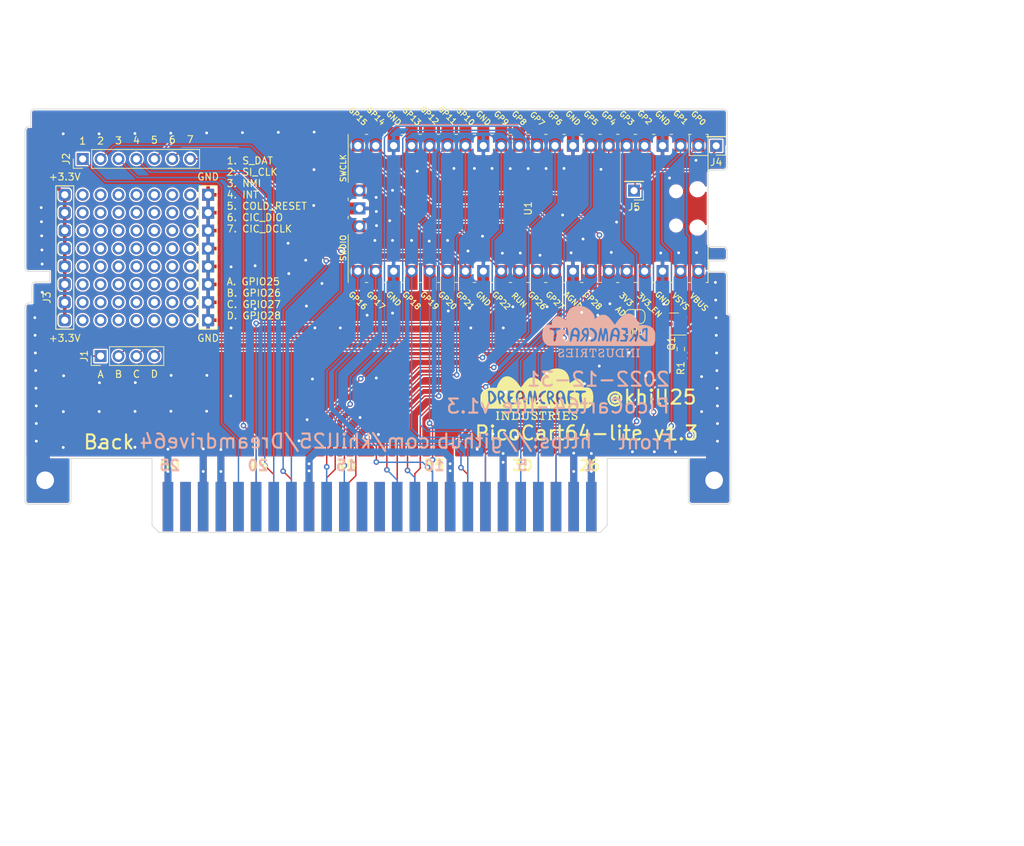
<source format=kicad_pcb>
(kicad_pcb (version 20211014) (generator pcbnew)
  (layers (0 "F.Cu" signal) (31 "B.Cu" signal) (34 "B.Paste" user) (35 "F.Paste" user) (36 "B.SilkS" user "B.Silkscreen") (37 "F.SilkS" user "F.Silkscreen") (38 "B.Mask" user) (39 "F.Mask" user) (44 "Edge.Cuts" user))
  (net 0 "")
  (net 1 "GND")
  (net 2 "+3V3")
  (net 3 "/N64_NMI")
  (net 4 "/N64_CIC_DCLK")
  (net 5 "/N64_VCC")
  (net 6 "/N64_SI_CLK")
  (net 7 "/N64_CIC_DIO")
  (net 8 "/GPIO25")
  (net 9 "/GPIO26")
  (net 10 "/GPIO27")
  (net 11 "/GPIO28")
  (net 12 "Net-(Q1-Pad1)")
  (net 13 "Net-(Q1-Pad2)")
  (net 14 "/N64_INT")
  (net 15 "/AD0")
  (net 16 "/AD1")
  (net 17 "/AD2")
  (net 18 "/AD3")
  (net 19 "/AD4")
  (net 20 "/AD5")
  (net 21 "/AD6")
  (net 22 "/AD7")
  (net 23 "/AD8")
  (net 24 "/AD9")
  (net 25 "/AD10")
  (net 26 "/AD11")
  (net 27 "/AD12")
  (net 28 "/AD13")
  (net 29 "/AD14")
  (net 30 "/AD15")
  (net 31 "/ALEL")
  (net 32 "/ALEH")
  (net 33 "/~{WRITE}")
  (net 34 "/~{READ}")
  (net 35 "/N64_COLD_RESET")
  (net 37 "/RP_SWDIO")
  (net 38 "/RP_SWDCLK")
  (net 39 "Net-(U1-Pad36)")
  (net 42 "/N64_S_DAT")
  (footprint "MountingHole:MountingHole_2.5mm_Pad" (layer "F.Cu") (at 102.85 112.6)
    (fp_text reference "REF**" hide)
    (fp_text value "MountingHole_2.5mm_Pad" hide)
  )
  (footprint "MountingHole:MountingHole_2.5mm_Pad" (layer "F.Cu") (at 197.65 112.6)
    (fp_text reference "REF**" hide)
    (fp_text value "MountingHole_2.5mm_Pad" hide)
  )
  (footprint "Connector_PinHeader_2.54mm:PinHeader_1x01_P2.54mm_Vertical" (layer "F.Cu") (at 197.93999 65.199997 180)
    (fp_text reference "J4")
    (fp_text value "Conn_01x01")
  )
  (footprint "Connector_PinHeader_2.54mm:PinHeader_1x01_P2.54mm_Vertical" (layer "F.Cu") (at 186.3 71.55 180)
    (fp_text reference "J5")
    (fp_text value "Conn_01x01")
  )
  (footprint "Connector_PinHeader_2.54mm:PinHeader_1x04_P2.54mm_Vertical" (layer "F.Cu") (at 110.705 95 90)
    (fp_text reference "J1")
    (fp_text value "Conn_01x04")
  )
  (footprint "project_area:PinHeader_1x08_P2.54mm_Vertical" (layer "F.Cu") (at 105.625 89.92 90)
    (fp_text reference "J3")
    (fp_text value "Conn_01x02")
  )
  (footprint "Resistor_SMD:R_0603_1608Metric_Pad0.98x0.95mm_HandSolder" (layer "F.Cu") (at 192.925 94.01 -90)
    (fp_text reference "R1")
    (fp_text value "100k")
  )
  (footprint "Jumper:SolderJumper-2_P1.3mm_Open_RoundedPad1.0x1.5mm" (layer "F.Cu") (at 186.445 89.4)
    (fp_text reference "JP1")
    (fp_text value "SolderJumper_2_Open")
  )
  (footprint "RPi_Pico:RPi_Pico_SMD_TH" (layer "F.Cu") (at 171.2886 74.075 -90)
    (fp_text reference "U1")
    (fp_text value "Pico")
  )
  (footprint "Connector_PinHeader_2.54mm:PinHeader_1x07_P2.54mm_Vertical" (layer "F.Cu") (at 108.165 67.06 90)
    (fp_text reference "J2")
    (fp_text value "Conn_01x07")
  )
  (footprint "LOGO" (layer "F.Cu") (at 172.475 100.83)
    (fp_text reference "G***" hide)
    (fp_text value "LOGO" hide)
  )
  (footprint "Package_TO_SOT_SMD:SOT-23" (layer "F.Cu") (at 191.975 90.46 180)
    (fp_text reference "Q1")
    (fp_text value "BSS84")
  )
  (footprint "LOGO" (layer "B.Cu") (at 181.365 91.94 180)
    (fp_text reference "G***" hide)
    (fp_text value "LOGO" hide)
  )
  (footprint "picocart64:N64-Connector" (layer "B.Cu") (at 150.241 116.332 180)
    (fp_text reference "U4" hide)
    (fp_text value "N64-Cartridge")
  )
  (gr_rect (start 104.355 70.87) (end 106.895 91.19) (layer "F.SilkS") (width 0.15) (fill none))
  (gr_rect (start 124.675 70.87) (end 127.215 91.19) (layer "F.SilkS") (width 0.15) (fill none))
  (gr_line locked (start 182.5 119) (end 182.5 109.5) (layer "Edge.Cuts") (width 0.1))
  (gr_line locked (start 194 109.5) (end 182.5 109.5) (layer "Edge.Cuts") (width 0.1))
  (gr_line locked (start 194 109.5) (end 194 115.5) (layer "Edge.Cuts") (width 0.1))
  (gr_line locked (start 199.5 116) (end 194.5 116) (layer "Edge.Cuts") (width 0.1))
  (gr_line locked (start 200 115.5) (end 200 89.5) (layer "Edge.Cuts") (width 0.1))
  (gr_line locked (start 196.9 83) (end 196.9 81.5) (layer "Edge.Cuts") (width 0.1))
  (gr_line locked (start 199 81.5) (end 196.9 81.5) (layer "Edge.Cuts") (width 0.1))
  (gr_line locked (start 118 119) (end 119 120) (layer "Edge.Cuts") (width 0.1))
  (gr_line locked (start 182.5 119) (end 181.5 120) (layer "Edge.Cuts") (width 0.1))
  (gr_arc locked (start 100.8 60.5) (mid 100.946447 60.146447) (end 101.3 60) (layer "Edge.Cuts") (width 0.1))
  (gr_arc locked (start 100 63) (mid 100.146447 62.646447) (end 100.5 62.5) (layer "Edge.Cuts") (width 0.1))
  (gr_arc locked (start 100.5 83) (mid 100.146447 82.853553) (end 100 82.5) (layer "Edge.Cuts") (width 0.1))
  (gr_arc locked (start 101 85) (mid 101.146447 84.646447) (end 101.5 84.5) (layer "Edge.Cuts") (width 0.1))
  (gr_arc locked (start 100 88) (mid 100.146447 87.646447) (end 100.5 87.5) (layer "Edge.Cuts") (width 0.1))
  (gr_arc locked (start 100.5 116) (mid 100.146447 115.853553) (end 100 115.5) (layer "Edge.Cuts") (width 0.1))
  (gr_arc locked (start 106.5 115.5) (mid 106.353553 115.853553) (end 106 116) (layer "Edge.Cuts") (width 0.1))
  (gr_arc locked (start 194.5 116) (mid 194.146447 115.853553) (end 194 115.5) (layer "Edge.Cuts") (width 0.1))
  (gr_arc locked (start 200 115.5) (mid 199.853553 115.853553) (end 199.5 116) (layer "Edge.Cuts") (width 0.1))
  (gr_arc locked (start 199 83) (mid 199.353553 83.146447) (end 199.5 83.5) (layer "Edge.Cuts") (width 0.1))
  (gr_arc locked (start 199.5 81) (mid 199.353553 81.353553) (end 199 81.5) (layer "Edge.Cuts") (width 0.1))
  (gr_arc locked (start 199.5 89) (mid 199.853553 89.146447) (end 200 89.5) (layer "Edge.Cuts") (width 0.1))
  (gr_arc locked (start 196.8 69.15) (mid 196.946447 68.796447) (end 197.3 68.65) (layer "Edge.Cuts") (width 0.1))
  (gr_line locked (start 199.5 83.5) (end 199.5 89) (layer "Edge.Cuts") (width 0.1))
  (gr_line locked (start 118 119) (end 118 109.5) (layer "Edge.Cuts") (width 0.1))
  (gr_arc locked (start 199 79.5) (mid 199.353553 79.646447) (end 199.5 80) (layer "Edge.Cuts") (width 0.1))
  (gr_line locked (start 106.5 109.5) (end 106.5 115.5) (layer "Edge.Cuts") (width 0.1))
  (gr_arc locked (start 199 60) (mid 199.353553 60.146447) (end 199.5 60.5) (layer "Edge.Cuts") (width 0.1))
  (gr_arc locked (start 197.3 79.5) (mid 196.946447 79.353553) (end 196.8 79) (layer "Edge.Cuts") (width 0.1))
  (gr_line locked (start 181.5 120) (end 119 120) (layer "Edge.Cuts") (width 0.1))
  (gr_line (start 198.996447 68.646447) (end 197.3 68.65) (layer "Edge.Cuts") (width 0.1))
  (gr_line locked (start 118 109.5) (end 106.5 109.5) (layer "Edge.Cuts") (width 0.1))
  (gr_line locked (start 103.5 84.5) (end 103.5 83) (layer "Edge.Cuts") (width 0.1))
  (gr_line (start 199.496447 68.146447) (end 199.5 60.5) (layer "Edge.Cuts") (width 0.1))
  (gr_line locked (start 101.5 84.5) (end 103.5 84.5) (layer "Edge.Cuts") (width 0.1))
  (gr_line locked (start 106 116) (end 100.5 116) (layer "Edge.Cuts") (width 0.1))
  (gr_line locked (start 100.5 62.5) (end 100.8 62.5) (layer "Edge.Cuts") (width 0.1))
  (gr_line locked (start 100 82.5) (end 100 63) (layer "Edge.Cuts") (width 0.1))
  (gr_line locked (start 100.8 62.5) (end 100.8 60.5) (layer "Edge.Cuts") (width 0.1))
  (gr_line locked (start 101.3 60) (end 199 60) (layer "Edge.Cuts") (width 0.1))
  (gr_line locked (start 100 115.5) (end 100 88) (layer "Edge.Cuts") (width 0.1))
  (gr_line (start 199 79.5) (end 197.3 79.5) (layer "Edge.Cuts") (width 0.1))
  (gr_line locked (start 100.5 87.5) (end 101 87.5) (layer "Edge.Cuts") (width 0.1))
  (gr_arc locked (start 199.496447 68.146447) (mid 199.35 68.5) (end 198.996447 68.646447) (layer "Edge.Cuts") (width 0.1))
  (gr_line locked (start 101 87.5) (end 101 85) (layer "Edge.Cuts") (width 0.1))
  (gr_line locked (start 199 83) (end 196.9 83) (layer "Edge.Cuts") (width 0.1))
  (gr_line (start 199.5 81) (end 199.5 80) (layer "Edge.Cuts") (width 0.1))
  (gr_line locked (start 103.5 83) (end 100.5 83) (layer "Edge.Cuts") (width 0.1))
  (gr_line (start 196.8 79) (end 196.8 69.15) (layer "Edge.Cuts") (width 0.1))
  (gr_text "5" (at 170.5 110.5) (layer "B.SilkS") (effects (font (size 1.5 1.5) (thickness 0.3)) (justify mirror)))
  (gr_text "10" (at 158 110.5) (layer "B.SilkS") (effects (font (size 1.5 1.5) (thickness 0.3)) (justify mirror)))
  (gr_text "15" (at 145.5 110.5) (layer "B.SilkS") (effects (font (size 1.5 1.5) (thickness 0.3)) (justify mirror)))
  (gr_text "20" (at 133 110.5) (layer "B.SilkS") (effects (font (size 1.5 1.5) (thickness 0.3)) (justify mirror)))
  (gr_text "25" (at 120.5 110.5) (layer "B.SilkS") (effects (font (size 1.5 1.5) (thickness 0.3)) (justify mirror)))
  (gr_text "1" (at 180 110.5) (layer "B.SilkS") (effects (font (size 1.5 1.5) (thickness 0.3)) (justify mirror)))
  (gr_text "45" (at 133 110.5) (layer "F.SilkS") (effects (font (size 1.5 1.5) (thickness 0.3))))
  (gr_text "40" (at 145.5 110.5) (layer "F.SilkS") (effects (font (size 1.5 1.5) (thickness 0.3))))
  (gr_text "35" (at 158 110.5) (layer "F.SilkS") (effects (font (size 1.5 1.5) (thickness 0.3))))
  (gr_text "30" (at 170.5 110.5) (layer "F.SilkS") (effects (font (size 1.5 1.5) (thickness 0.3))))
  (gr_text "26" (at 180 110.5) (layer "F.SilkS") (effects (font (size 1.5 1.5) (thickness 0.3))))
  (gr_text "+3.3V" (at 105.625 69.6) (layer "F.SilkS") (effects (font (size 1 1))))
  (gr_text "A" (at 110.705 97.574246) (layer "F.SilkS") (effects (font (size 1 1))))
  (gr_text "C" (at 115.785 97.553683) (layer "F.SilkS") (effects (font (size 1 1))))
  (gr_text "+3.3V" (at 105.625 92.46) (layer "F.SilkS") (effects (font (size 1 1))))
  (gr_text "1. S_DAT\n2. SI_CLK\n3. NMI\n4. INT\n5. COLD_RESET\n6. CIC_DIO\n7. CIC_DCLK" (at 128.49454 72.14) (layer "F.SilkS") (effects (font (size 1 1)) (justify left)))
  (gr_text "1" (at 108.165 64.516) (layer "F.SilkS") (effects (font (size 1 1))))
  (gr_text "GND" (at 125.945 69.586377) (layer "F.SilkS") (effects (font (size 1 1))))
  (gr_text "50" (at 120.5 110.5) (layer "F.SilkS") (effects (font (size 1.5 1.5) (thickness 0.3))))
  (gr_text "5" (at 118.325 64.388891) (layer "F.SilkS") (effects (font (size 1 1))))
  (gr_text "4" (at 115.785 64.429749) (layer "F.SilkS") (effects (font (size 1 1))))
  (gr_text "GND" (at 125.941596 92.46) (layer "F.SilkS") (effects (font (size 1 1))))
  (gr_text "6" (at 120.865 64.348033) (layer "F.SilkS") (effects (font (size 1 1))))
  (gr_text "2" (at 110.705 64.511465) (layer "F.SilkS") (effects (font (size 1 1))))
  (gr_text "A. GPIO25\nB. GPIO26\nC. GPIO27\nD. GPIO28" (at 128.485 86.868) (layer "F.SilkS") (effects (font (size 1 1)) (justify left)))
  (gr_text "B" (at 113.245 97.567366) (layer "F.SilkS") (effects (font (size 1 1))))
  (gr_text "7" (at 123.405 64.307175) (layer "F.SilkS") (effects (font (size 1 1))))
  (gr_text "D" (at 118.325 97.54) (layer "F.SilkS") (effects (font (size 1 1))))
  (gr_text "3" (at 113.245 64.470607) (layer "F.SilkS") (effects (font (size 1 1))))
  (segment (start 167.75 116) (end 167.75 108.712) (width 1) (layer "F.Cu") (net 1))
  (segment (start 125.25 116) (end 125.25 108.204) (width 1) (layer "F.Cu") (net 1))
  (segment (start 120.25 116) (end 120.25 108.204) (width 1) (layer "F.Cu") (net 1))
  (segment (start 177.75 116) (end 177.75 108.762) (width 1) (layer "F.Cu") (net 1))
  (segment (start 127.75 116) (end 127.75 108.204) (width 1) (layer "F.Cu") (net 1))
  (segment (start 180.25 116) (end 180.25 108.712) (width 1) (layer "F.Cu") (net 1))
  (via (at 180.25 111.35) (size 0.8) (drill 0.4) (layers "F.Cu" "B.Cu") (net 1))
  (via (at 180.25 108.8) (size 0.8) (drill 0.4) (layers "F.Cu" "B.Cu") (net 1))
  (via (at 177.75 111.35) (size 0.8) (drill 0.4) (layers "F.Cu" "B.Cu") (net 1))
  (via (at 177.75 108.75) (size 0.8) (drill 0.4) (layers "F.Cu" "B.Cu") (net 1))
  (via (at 167.75 108.8) (size 0.8) (drill 0.4) (layers "F.Cu" "B.Cu") (net 1))
  (via (at 167.75 110.05) (size 0.8) (drill 0.4) (layers "F.Cu" "B.Cu") (net 1))
  (via (at 127.75 111.35) (size 0.8) (drill 0.4) (layers "F.Cu" "B.Cu") (net 1))
  (via (at 127.75 108.25) (size 0.8) (drill 0.4) (layers "F.Cu" "B.Cu") (net 1))
  (via (at 125.25 108.15) (size 0.8) (drill 0.4) (layers "F.Cu" "B.Cu") (net 1))
  (via (at 125.25 111.35) (size 0.8) (drill 0.4) (layers "F.Cu" "B.Cu") (net 1))
  (via (at 120.25 111.35) (size 0.8) (drill 0.4) (layers "F.Cu" "B.Cu") (net 1))
  (via (at 120.25 108.2) (size 0.8) (drill 0.4) (layers "F.Cu" "B.Cu") (net 1))
  (via (at 130.81 63.33655) (size 0.8) (drill 0.4) (layers "F.Cu" "B.Cu") (net 1))
  (via (at 141.075 91.0065) (size 0.8) (drill 0.4) (layers "F.Cu" "B.Cu") (net 1))
  (via (at 140.905318 73.66) (size 0.8) (drill 0.4) (layers "F.Cu" "B.Cu") (net 1))
  (via (at 181.61 68.538966) (size 0.8) (drill 0.4) (layers "F.Cu" "B.Cu") (net 1))
  (via (at 115.589704 102.837791) (size 0.8) (drill 0.4) (layers "F.Cu" "B.Cu") (net 1))
  (via (at 190.5 87.63) (size 0.8) (drill 0.4) (layers "F.Cu" "B.Cu") (net 1))
  (via (at 105.41 63.5) (size 0.8) (drill 0.4) (layers "F.Cu" "B.Cu") (net 1))
  (via (at 101.425 92.053295) (size 0.8) (drill 0.4) (layers "F.Cu" "B.Cu") (net 1))
  (via (at 177.38 80.364914) (size 0.8) (drill 0.4) (layers "F.Cu" "B.Cu") (net 1))
  (via (at 192.62 80.364914) (size 0.8) (drill 0.4) (layers "F.Cu" "B.Cu") (net 1))
  (via (at 110.49 107.937495) (size 0.8) (drill 0.4) (layers "F.Cu" "B.Cu") (net 1))
  (via (at 115.57 107.917791) (size 0.8) (drill 0.4) (layers "F.Cu" "B.Cu") (net 1))
  (via (at 197.953903 92.06) (size 0.8) (drill 0.4) (layers "F.Cu" "B.Cu") (net 1))
  (via (at 157.275 78.71) (size 0.8) (drill 0.4) (layers "F.Cu" "B.Cu") (net 1))
  (via (at 168.075 100.11) (size 0.8) (drill 0.4) (layers "F.Cu" "B.Cu") (net 1))
  (via (at 180.047 92.46) (size 0.8) (drill 0.4) (layers "F.Cu" "B.Cu") (net 1))
  (via (at 189.175 108.5635) (size 0.8) (drill 0.4) (layers "F.Cu" "B.Cu") (net 1))
  (via (at 181.375 96.41) (size 0.8) (drill 0.4) (layers "F.Cu" "B.Cu") (net 1))
  (via (at 137.275 79.01) (size 0.8) (drill 0.4) (layers "F.Cu" "B.Cu") (net 1))
  (via (at 138.825 107.01) (size 0.8) (drill 0.4) (layers "F.Cu" "B.Cu") (net 1))
  (via (at 105.429704 102.87) (size 0.8) (drill 0.4) (layers "F.Cu" "B.Cu") (net 1))
  (via (at 148.475 89.21) (size 0.8) (drill 0.4) (layers "F.Cu" "B.Cu") (net 1))
  (via (at 164.825 78.01) (size 0.8) (drill 0.4) (layers "F.Cu" "B.Cu") (net 1))
  (via (at 129.15 100.65) (size 0.8) (drill 0.4) (layers "F.Cu" "B.Cu") (net 1))
  (via (at 125.73 102.814488) (size 0.8) (drill 0.4) (layers "F.Cu" "B.Cu") (net 1))
  (via (at 183.075 80.308167) (size 0.8) (drill 0.4) (layers "F.Cu" "B.Cu") (net 1))
  (via (at 152.075 78.61) (size 0.8) (drill 0.4) (layers "F.Cu" "B.Cu") (net 1))
  (via (at 102.356903 77.96) (size 0.8) (drill 0.4) (layers "F.Cu" "B.Cu") (net 1))
  (via (at 110.54556 98.779704) (size 0.8) (drill 0.4) (layers "F.Cu" "B.Cu") (net 1))
  (via (at 102.322855 75.96) (size 0.8) (drill 0.4) (layers "F.Cu" "B.Cu") (net 1))
  (via (at 179.275 98.91) (size 0.8) (drill 0.4) (layers "F.Cu" "B.Cu") (net 1))
  (via (at 115.57 63.459124) (size 0.8) (drill 0.4) (layers "F.Cu" "B.Cu") (net 1))
  (via (at 162.975 88.21) (size 0.8) (drill 0.4) (layers "F.Cu" "B.Cu") (net 1))
  (via (at 101.384142 89.553295) (size 0.8) (drill 0.4) (layers "F.Cu" "B.Cu") (net 1))
  (via (at 176.375 68.41) (size 0.8) (drill 0.4) (layers "F.Cu" "B.Cu") (net 1))
  (via (at 197.872187 87.06) (size 0.8) (drill 0.4) (layers "F.Cu" "B.Cu") (net 1))
  (via (at 132.6 88.3) (size 0.8) (drill 0.4) (layers "F.Cu" "B.Cu") (net 1))
  (via (at 101.596097 107.053295) (size 0.8) (drill 0.4) (layers "F.Cu" "B.Cu") (net 1))
  (via (at 173.925 97.46) (size 0.8) (drill 0.4) (layers "F.Cu" "B.Cu") (net 1))
  (via (at 179.075 78.41) (size 0.8) (drill 0.4) (layers "F.Cu" "B.Cu") (net 1))
  (via (at 167.775 91.0065) (size 0.8) (drill 0.4) (layers "F.Cu" "B.Cu") (net 1))
  (via (at 102.288806 73.96) (size 0.8) (drill 0.4) (layers "F.Cu" "B.Cu") (net 1))
  (via (at 120.65 63.418266) (size 0.8) (drill 0.4) (layers "F.Cu" "B.Cu") (net 1))
  (via (at 172.975 80.71) (size 0.8) (drill 0.4) (layers "F.Cu" "B.Cu") (net 1))
  (via (at 164.075 108.21) (size 0.8) (drill 0.4) (layers "F.Cu" "B.Cu") (net 1))
  (via (at 162.775 80.11) (size 0.8) (drill 0.4) (layers "F.Cu" "B.Cu") (net 1))
  (via (at 197.831329 84.56) (size 0.8) (drill 0.4) (layers "F.Cu" "B.Cu") (net 1))
  (via (at 115.62556 98.76) (size 0.8) (drill 0.4) (layers "F.Cu" "B.Cu") (net 1))
  (via (at 149.775 98.11) (size 0.8) (drill 0.4) (layers "F.Cu" "B.Cu") (net 1))
  (via (at 147.475 103.71) (size 0.8) (drill 0.4) (layers "F.Cu" "B.Cu") (net 1))
  (via (at 171.295 68.432806) (size 0.8) (drill 0.4) (layers "F.Cu" "B.Cu") (net 1))
  (via (at 195.16 80.33654) (size 0.8) (drill 0.4) (layers "F.Cu" "B.Cu") (net 1))
  (via (at 176.175 75.01) (size 0.8) (drill 0.4) (layers "F.Cu" "B.Cu") (net 1))
  (via (at 195.075 67.26) (size 0.8) (drill 0.4) (layers "F.Cu" "B.Cu") (net 1))
  (via (at 102.390951 79.96) (size 0.8) (drill 0.4) (layers "F.Cu" "B.Cu") (net 1))
  (via (at 185.575 94.51) (size 0.8) (drill 0.4) (layers "F.Cu" "B.Cu") (net 1))
  (via (at 159.875 78.61) (size 0.8) (drill 0.4) (layers "F.Cu" "B.Cu") (net 1))
  (via (at 139.875 87.91) (size 0.8) (drill 0.4) (layers "F.Cu" "B.Cu") (net 1))
  (via (at 173.835 68.421403) (size 0.8) (drill 0.4) (layers "F.Cu" "B.Cu") (net 1))
  (via (at 149.776384 74.51) (size 0.8) (drill 0.4) (layers "F.Cu" "B.Cu") (net 1))
  (via (at 149.748011 72.51) (size 0.8) (drill 0.4) (layers "F.Cu" "B.Cu") (net 1))
  (via (at 190.08 80.393288) (size 0.8) (drill 0.4) (layers "F.Cu" "B.Cu") (net 1))
  (via (at 195.875 97.91) (size 0.8) (drill 0.4) (layers "F.Cu" "B.Cu") (net 1))
  (via (at 163.679048 68.41) (size 0.8) (drill 0.4) (layers "F.Cu" "B.Cu") (net 1))
  (via (at 120.669704 102.818088) (size 0.8) (drill 0.4) (layers "F.Cu" "B.Cu") (net 1))
  (via (at 168.755 68.432805) (size 0.8) (drill 0.4) (layers "F.Cu" "B.Cu") (net 1))
  (via (at 137.375 83.31) (size 0.8) (drill 0.4) (layers "F.Cu" "B.Cu") (net 1))
  (via (at 139.975 104.01) (size 0.8) (drill 0.4) (layers "F.Cu" "B.Cu") (net 1))
  (via (at 144.675 91.0065) (size 0.8) (drill 0.4) (layers "F.Cu" "B.Cu") (net 1))
  (via (at 197.913045 89.56) (size 0.8) (drill 0.4) (layers "F.Cu" "B.Cu") (net 1))
  (via (at 169.125 88.015) (size 0.8) (drill 0.4) (layers "F.Cu" "B.Cu") (net 1))
  (via (at 198.076477 99.56) (size 0.8) (drill 0.4) (layers "F.Cu" "B.Cu") (net 1))
  (via (at 129.2 82.35) (size 0.8) (drill 0.4) (layers "F.Cu" "B.Cu") (net 1))
  (via (at 120.70556 97.738088) (size 0.8) (drill 0.4) (layers "F.Cu" "B.Cu") (net 1))
  (via (at 135.89 63.295692) (size 0.8) (drill 0.4) (layers "F.Cu" "B.Cu") (net 1))
  (via (at 183.825 76.01) (size 0.8) (drill 0.4) (layers "F.Cu" "B.Cu") (net 1))
  (via (at 197.994761 94.56) (size 0.8) (drill 0.4) (layers "F.Cu" "B.Cu") (net 1))
  (via (at 159.975 88.61) (size 0.8) (drill 0.4) (layers "F.Cu" "B.Cu") (net 1))
  (via (at 152.075 71.51) (size 0.8) (drill 0.4) (layers "F.Cu" "B.Cu") (net 1))
  (via (at 195.875 102.87) (size 0.8) (drill 0.4) (layers "F.Cu" "B.Cu") (net 1))
  (via (at 101.465858 94.553295) (size 0.8) (drill 0.4) (layers "F.Cu" "B.Cu") (net 1))
  (via (at 181.1646 89.2088) (size 0.8) (drill 0.4) (layers "F.Cu" "B.Cu") (net 1))
  (via (at 182.88 87.587963) (size 0.8) (drill 0.4) (layers "F.Cu" "B.Cu") (net 1))
  (via (at 191.325 69.76) (size 0.8) (drill 0.4) (layers "F.Cu" "B.Cu") (net 1))
  (via (at 169.5314 106.4808) (size 0.8) (drill 0.4) (layers "F.Cu" "B.Cu") (net 1))
  (via (at 101.588432 102.053295) (size 0.8) (drill 0.4) (layers "F.Cu" "B.Cu") (net 1))
  (via (at 198.124999 104.56) (size 0.8) (drill 0.4) (layers "F.Cu" "B.Cu") (net 1))
  (via (at 154.775 78.61) (size 0.8) (drill 0.4) (layers "F.Cu" "B.Cu") (net 1))
  (via (at 192.175 108.5635) (size 0.8) (drill 0.4) (layers "F.Cu" "B.Cu") (net 1))
  (via (at 198.125 107.06) (size 0.8) (drill 0.4) (layers "F.Cu" "B.Cu") (net 1))
  (via (at 102.425 85.96) (size 0.8) (drill 0.4) (layers "F.Cu" "B.Cu") (net 1))
  (via (at 152.075 88.91) (size 0.8) (drill 0.4) (layers "F.Cu" "B.Cu") (net 1))
  (via (at 102.425 81.96) (size 0.8) (drill 0.4) (layers "F.Cu" "B.Cu") (net 1))
  (via (at 149.575 78.61) (size 0.8) (drill 0.4) (layers "F.Cu" "B.Cu") (net 1))
  (via (at 101.547574 99.553295) (size 0.8) (drill 0.4) (layers "F.Cu" "B.Cu") (net 1))
  (via (at 170.18 80.400496) (size 0.8) (drill 0.4) (layers "F.Cu" "B.Cu") (net 1))
  (via (at 140.946176 68.58) (size 0.8) (drill 0.4) (layers "F.Cu" "B.Cu") (net 1))
  (via (at 186.575 74.26) (size 0.8) (drill 0.4) (layers "F.Cu" "B.Cu") (net 1))
  (via (at 150.075 106.11) (size 0.8) (drill 0.4) (layers "F.Cu" "B.Cu") (net 1))
  (via (at 166.3 106.05) (size 0.8) (drill 0.4) (layers "F.Cu" "B.Cu") (net 1))
  (via (at 142.075 84.71) (size 0.8) (drill 0.4) (layers "F.Cu" "B.Cu") (net 1))
  (via (at 140.7278 98.2512) (size 0.8) (drill 0.4) (layers "F.Cu" "B.Cu") (net 1))
  (via (at 125.73 63.377408) (size 0.8) (drill 0.4) (layers "F.Cu" "B.Cu") (net 1))
  (via (at 105.41 107.95) (size 0.8) (drill 0.4) (layers "F.Cu" "B.Cu") (net 1))
  (via (at 186.075 108.5635) (size 0.8) (drill 0.4) (layers "F.Cu" "B.Cu") (net 1))
  (via (at 132.6 82.2) (size 0.8) (drill 0.4) (layers "F.Cu" "B.Cu") (net 1))
  (via (at 173.975 88.01) (size 0.8) (drill 0.4) (layers "F.Cu" "B.Cu") (net 1))
  (via (at 187.96 97.759352) (size 0.8) (drill 0.4) (layers "F.Cu" "B.Cu") (net 1))
  (via (at 105.46556 97.79) (size 0.8) (drill 0.4) (layers "F.Cu" "B.Cu") (net 1))
  (via (at 110.509704 102.857495) (size 0.8) (drill 0.4) (layers "F.Cu" "B.Cu") (net 1))
  (via (at 160.775 68.41) (size 0.8) (drill 0.4) (layers "F.Cu" "B.Cu") (net 1))
  (via (at 101.506716 97.053295) (size 0.8) (drill 0.4) (layers "F.Cu" "B.Cu") (net 1))
  (via (at 198.035619 97.06) (size 0.8) (drill 0.4) (layers "F.Cu" "B.Cu") (net 1))
  (via (at 151.675 75.81) (size 0.8) (drill 0.4) (layers "F.Cu" "B.Cu") (net 1))
  (via (at 167.64 80.424141) (size 0.8) (drill 0.4) (layers "F.Cu" "B.Cu") (net 1))
  (via (at 163.175 91.0065) (size 0.8) (drill 0.4) (layers "F.Cu" "B.Cu") (net 1))
  (via (at 166.179048 68.41) (size 0.8) (drill 0.4) (layers "F.Cu" "B.Cu") (net 1))
  (via (at 139.775 81.41) (size 0.8) (drill 0.4) (layers "F.Cu" "B.Cu") (net 1))
  (via (at 101.596096 104.553295) (size 0.8) (drill 0.4) (layers "F.Cu" "B.Cu") (net 1))
  (via (at 198.117335 102.06) (size 0.8) (drill 0.4) (layers "F.Cu" "B.Cu") (net 1))
  (via (at 155.575 68.81) (size 0.8) (drill 0.4) (layers "F.Cu" "B.Cu") (net 1))
  (via (at 149.804758 76.51) (size 0.8) (drill 0.4) (layers "F.Cu" "B.Cu") (net 1))
  (via (at 129.2 91.0065) (size 0.8) (drill 0.4) (layers "F.Cu" "B.Cu") (net 1))
  (via (at 125.765856 97.734488) (size 0.8) (drill 0.4) (layers "F.Cu" "B.Cu") (net 1))
  (via (at 110.49 63.499982) (size 0.8) (drill 0.4) (layers "F.Cu" "B.Cu") (net 1))
  (via (at 140.97 63.254834) (size 0.8) (drill 0.4) (layers "F.Cu" "B.Cu") (net 1))
  (via (at 174.225 102.21) (size 0.8) (drill 0.4) (layers "F.Cu" "B.Cu") (net 1))
  (segment (start 120.25 116) (end 120.25 108.2) (width 1) (layer "B.Cu") (net 1))
  (segment (start 125.25 116) (end 125.25 108.15) (width 1) (layer "B.Cu") (net 1))
  (segment (start 127.75 116) (end 127.75 108.25) (width 1) (layer "B.Cu") (net 1))
  (segment (start 180.25 116) (end 180.25 108.712) (width 1) (layer "B.Cu") (net 1))
  (segment (start 167.75 116) (end 167.75 108.712) (width 1) (layer "B.Cu") (net 1))
  (segment (start 177.75 116) (end 177.75 108.762) (width 1) (layer "B.Cu") (net 1))
  (segment (start 105.625 72.14) (end 103.5 70.015) (width 0.5) (layer "F.Cu") (net 2))
  (segment (start 105.625 72.14) (end 105.625 89.92) (width 0.5) (layer "F.Cu") (net 2))
  (segment (start 183.7 61.95) (end 184 62.25) (width 0.5) (layer "F.Cu") (net 2))
  (segment (start 103.5 62.8) (end 104.35 61.95) (width 0.5) (layer "F.Cu") (net 2))
  (segment (start 187.715 77.15) (end 187.715 82.8814) (width 0.5) (layer "F.Cu") (net 2))
  (segment (start 103.5 70.015) (end 103.5 62.8) (width 0.5) (layer "F.Cu") (net 2))
  (segment (start 187.715 82.8814) (end 187.7986 82.965) (width 0.5) (layer "F.Cu") (net 2))
  (segment (start 187.7986 87.166497) (end 187.7986 82.965) (width 0.5) (layer "F.Cu") (net 2))
  (segment (start 104.35 61.95) (end 183.7 61.95) (width 0.5) (layer "F.Cu") (net 2))
  (segment (start 184 73.435) (end 187.715 77.15) (width 0.5) (layer "F.Cu") (net 2))
  (segment (start 187.095 89.4) (end 187.095 87.881099) (width 0.5) (layer "F.Cu") (net 2))
  (segment (start 187.095 87.881099) (end 187.799442 87.176657) (width 0.5) (layer "F.Cu") (net 2))
  (segment (start 184 62.25) (end 184 73.435) (width 0.5) (layer "F.Cu") (net 2))
  (segment (start 130.95 104.85) (end 132.741 106.641) (width 0.2032) (layer "F.Cu") (net 3))
  (segment (start 132.741 106.641) (end 132.741 116.332) (width 0.2032) (layer "F.Cu") (net 3))
  (via (at 130.95 104.85) (size 0.8) (drill 0.4) (layers "F.Cu" "B.Cu") (net 3))
  (segment (start 130.95 104.85) (end 130.95 72.4325) (width 0.2032) (layer "B.Cu") (net 3))
  (segment (start 130.95 72.4325) (end 128.2175 69.7) (width 0.2032) (layer "B.Cu") (net 3))
  (segment (start 115.885 69.7) (end 113.245 67.06) (width 0.2032) (layer "B.Cu") (net 3))
  (segment (start 128.2175 69.7) (end 115.885 69.7) (width 0.2032) (layer "B.Cu") (net 3))
  (segment (start 137.741 112.476) (end 137.741 116.332) (width 0.2032) (layer "F.Cu") (net 4))
  (segment (start 142.675 81.51) (end 128.225 67.06) (width 0.2032) (layer "F.Cu") (net 4))
  (segment (start 142.675 81.51) (end 158.4036 81.51) (width 0.2032) (layer "F.Cu") (net 4))
  (segment (start 128.225 67.06) (end 123.405 67.06) (width 0.2032) (layer "F.Cu") (net 4))
  (segment (start 136.575 111.31) (end 137.741 112.476) (width 0.2032) (layer "F.Cu") (net 4))
  (segment (start 158.4036 81.51) (end 159.8586 82.965) (width 0.2032) (layer "F.Cu") (net 4))
  (via (at 136.575 111.31) (size 0.8) (drill 0.4) (layers "F.Cu" "B.Cu") (net 4))
  (via (at 142.675 81.51) (size 0.8) (drill 0.4) (layers "F.Cu" "B.Cu") (net 4))
  (segment (start 136.575 88.51) (end 136.575 111.31) (width 0.2032) (layer "B.Cu") (net 4))
  (segment (start 142.675 82.41) (end 136.575 88.51) (width 0.2032) (layer "B.Cu") (net 4))
  (segment (start 142.675 81.51) (end 142.675 82.41) (width 0.2032) (layer "B.Cu") (net 4))
  (segment (start 160.241 110.259) (end 160.241 108.094) (width 1.016) (layer "F.Cu") (net 5))
  (segment (start 160.241 108.094) (end 164.775 103.56) (width 0.5) (layer "F.Cu") (net 5))
  (segment (start 184.625 103.56) (end 191.0375 97.1475) (width 0.5) (layer "F.Cu") (net 5))
  (segment (start 164.775 103.56) (end 184.625 103.56) (width 0.5) (layer "F.Cu") (net 5))
  (segment (start 140.241 110.259) (end 140.241 116.332) (width 1.016) (layer "F.Cu") (net 5))
  (segment (start 191.0375 97.1475) (end 191.0375 90.46) (width 0.5) (layer "F.Cu") (net 5))
  (segment (start 160.241 110.259) (end 160.241 116.332) (width 1.016) (layer "F.Cu") (net 5))
  (via (at 160.241 110.259) (size 0.8) (drill 0.4) (layers "F.Cu" "B.Cu") (net 5))
  (via (at 140.241 110.259) (size 0.8) (drill 0.4) (layers "F.Cu" "B.Cu") (net 5))
  (via (at 140.241 111.259) (size 0.8) (drill 0.4) (layers "F.Cu" "B.Cu") (net 5))
  (via (at 160.241 111.252) (size 0.8) (drill 0.4) (layers "F.Cu" "B.Cu") (net 5))
  (segment (start 159.4 108.6) (end 141.2 108.6) (width 1.016) (layer "B.Cu") (net 5))
  (segment (start 141.2 108.6) (end 140.241 109.559) (width 1.016) (layer "B.Cu") (net 5))
  (segment (start 160.241 110.259) (end 160.241 109.441) (width 1.016) (layer "B.Cu") (net 5))
  (segment (start 140.241 109.559) (end 140.241 110.259) (width 1.016) (layer "B.Cu") (net 5))
  (segment (start 140.25 110.25) (end 140.241 110.259) (width 1.016) (layer "B.Cu") (net 5))
  (segment (start 160.241 116.332) (end 160.241 110.259) (width 1.016) (layer "B.Cu") (net 5))
  (segment (start 140.241 116.332) (end 140.241 110.259) (width 1.016) (layer "B.Cu") (net 5))
  (segment (start 160.241 109.441) (end 159.4 108.6) (width 1.016) (layer "B.Cu") (net 5))
  (segment (start 135.241 68.391) (end 135.241 116.332) (width 0.2032) (layer "B.Cu") (net 6))
  (segment (start 112.615 65.15) (end 132 65.15) (width 0.2032) (layer "B.Cu") (net 6))
  (segment (start 110.705 67.06) (end 112.615 65.15) (width 0.2032) (layer "B.Cu") (net 6))
  (segment (start 132 65.15) (end 135.241 68.391) (width 0.2032) (layer "B.Cu") (net 6))
  (segment (start 160.475 80.11) (end 162.3986 82.0336) (width 0.2032) (layer "F.Cu") (net 7))
  (segment (start 122.215 65.71) (end 120.865 67.06) (width 0.2032) (layer "F.Cu") (net 7))
  (segment (start 162.3986 82.0336) (end 162.3986 82.965) (width 0.2032) (layer "F.Cu") (net 7))
  (segment (start 130.177894 65.71) (end 122.215 65.71) (width 0.2032) (layer "F.Cu") (net 7))
  (segment (start 144.577894 80.11) (end 130.177894 65.71) (width 0.2032) (layer "F.Cu") (net 7))
  (segment (start 144.775 80.11) (end 144.577894 80.11) (width 0.2032) (layer "F.Cu") (net 7))
  (segment (start 144.775 80.11) (end 160.475 80.11) (width 0.2032) (layer "F.Cu") (net 7))
  (via (at 144.775 80.11) (size 0.8) (drill 0.4) (layers "F.Cu" "B.Cu") (net 7))
  (segment (start 137.741 92.844) (end 137.741 116.332) (width 0.2032) (layer "B.Cu") (net 7))
  (segment (start 144.825 80.16) (end 144.825 85.76) (width 0.2032) (layer "B.Cu") (net 7))
  (segment (start 144.825 85.76) (end 137.741 92.844) (width 0.2032) (layer "B.Cu") (net 7))
  (segment (start 144.775 80.11) (end 144.825 80.16) (width 0.2032) (layer "B.Cu") (net 7))
  (segment (start 185.85 61.3) (end 103.3 61.3) (width 0.2032) (layer "F.Cu") (net 8))
  (segment (start 104.3 73.355) (end 104.3 91.135) (width 0.2032) (layer "F.Cu") (net 8))
  (segment (start 197.93999 65.86001) (end 197.93999 65.199997) (width 0.2032) (layer "F.Cu") (net 8))
  (segment (start 186.45 61.9) (end 185.85 61.3) (width 0.2032) (layer "F.Cu") (net 8))
  (segment (start 108.165 95) (end 110.705 95) (width 0.2032) (layer "F.Cu") (net 8))
  (segment (start 186.45 71.4) (end 186.45 61.9) (width 0.2032) (layer "F.Cu") (net 8))
  (segment (start 189.85 68.65) (end 195.15 68.65) (width 0.2032) (layer "F.Cu") (net 8))
  (segment (start 102.45 71.505) (end 104.3 73.355) (width 0.2032) (layer "F.Cu") (net 8))
  (segment (start 186.95 71.55) (end 189.85 68.65) (width 0.2032) (layer "F.Cu") (net 8))
  (segment (start 104.3 91.135) (end 108.165 95) (width 0.2032) (layer "F.Cu") (net 8))
  (segment (start 186.3 71.55) (end 186.95 71.55) (width 0.2032) (layer "F.Cu") (net 8))
  (segment (start 186.3 71.55) (end 186.45 71.4) (width 0.2032) (layer "F.Cu") (net 8))
  (segment (start 195.15 68.65) (end 197.93999 65.86001) (width 0.2032) (layer "F.Cu") (net 8))
  (segment (start 102.45 62.15) (end 102.45 71.505) (width 0.2032) (layer "F.Cu") (net 8))
  (segment (start 103.3 61.3) (end 102.45 62.15) (width 0.2032) (layer "F.Cu") (net 8))
  (segment (start 168.875 91.96) (end 116.285 91.96) (width 0.2032) (layer "F.Cu") (net 9))
  (segment (start 116.285 91.96) (end 113.245 95) (width 0.2032) (layer "F.Cu") (net 9))
  (segment (start 172.5586 88.2764) (end 168.875 91.96) (width 0.2032) (layer "F.Cu") (net 9))
  (segment (start 172.5586 82.965) (end 172.5586 88.2764) (width 0.2032) (layer "F.Cu") (net 9))
  (segment (start 117.925 92.86) (end 115.785 95) (width 0.2032) (layer "F.Cu") (net 10))
  (segment (start 171.175 92.86) (end 117.925 92.86) (width 0.2032) (layer "F.Cu") (net 10))
  (segment (start 175.0986 88.9364) (end 171.175 92.86) (width 0.2032) (layer "F.Cu") (net 10))
  (segment (start 175.0986 82.965) (end 175.0986 88.9364) (width 0.2032) (layer "F.Cu") (net 10))
  (segment (start 180.1786 82.965) (end 180.1786 90.8214) (width 0.2032) (layer "F.Cu") (net 11))
  (segment (start 176.89 94.11) (end 119.215 94.11) (width 0.2032) (layer "F.Cu") (net 11))
  (segment (start 180.1786 90.8214) (end 176.89 94.11) (width 0.2032) (layer "F.Cu") (net 11))
  (segment (start 119.215 94.11) (end 118.325 95) (width 0.2032) (layer "F.Cu") (net 11))
  (segment (start 195.4186 89.9164) (end 193.925 91.41) (width 0.5) (layer "F.Cu") (net 12))
  (segment (start 193.925 91.41) (end 192.9125 91.41) (width 0.5) (layer "F.Cu") (net 12))
  (segment (start 192.9125 93.085) (end 192.925 93.0975) (width 0.5) (layer "F.Cu") (net 12))
  (segment (start 195.4186 82.965) (end 195.4186 89.9164) (width 0.5) (layer "F.Cu") (net 12))
  (segment (start 192.9125 91.41) (end 192.9125 93.085) (width 0.5) (layer "F.Cu") (net 12))
  (segment (start 192.8786 89.4761) (end 192.9125 89.51) (width 0.5) (layer "F.Cu") (net 13))
  (segment (start 192.8786 82.965) (end 192.8786 89.4761) (width 0.5) (layer "F.Cu") (net 13))
  (segment (start 133.975 110.51) (end 135.241 111.776) (width 0.2032) (layer "F.Cu") (net 14))
  (segment (start 135.241 111.776) (end 135.241 116.332) (width 0.2032) (layer "F.Cu") (net 14))
  (via (at 133.975 110.51) (size 0.8) (drill 0.4) (layers "F.Cu" "B.Cu") (net 14))
  (segment (start 130.7825 68.95) (end 117.675 68.95) (width 0.2032) (layer "B.Cu") (net 14))
  (segment (start 133.975 72.1425) (end 130.7825 68.95) (width 0.2032) (layer "B.Cu") (net 14))
  (segment (start 117.675 68.95) (end 115.785 67.06) (width 0.2032) (layer "B.Cu") (net 14))
  (segment (start 133.975 110.51) (end 133.975 72.1425) (width 0.2032) (layer "B.Cu") (net 14))
  (segment (start 194.175 106.21) (end 192.775 107.61) (width 0.2032) (layer "F.Cu") (net 15))
  (segment (start 192.775 107.61) (end 176.725 107.61) (width 0.2032) (layer "F.Cu") (net 15))
  (segment (start 175.241 109.094) (end 175.241 116.332) (width 0.2032) (layer "F.Cu") (net 15))
  (segment (start 176.725 107.61) (end 175.241 109.094) (width 0.2032) (layer "F.Cu") (net 15))
  (via (at 194.175 106.21) (size 0.8) (drill 0.4) (layers "F.Cu" "B.Cu") (net 15))
  (segment (start 194.175 106.21) (end 194.15 106.185) (width 0.2032) (layer "B.Cu") (net 15))
  (segment (start 194.15 78.051601) (end 193.75 77.651601) (width 0.2032) (layer "B.Cu") (net 15))
  (segment (start 194.15 106.185) (end 194.15 78.051601) (width 0.2032) (layer "B.Cu") (net 15))
  (segment (start 193.75 66.8536) (end 195.4186 65.185) (width 0.2032) (layer "B.Cu") (net 15))
  (segment (start 193.75 77.651601) (end 193.75 66.8536) (width 0.2032) (layer "B.Cu") (net 15))
  (segment (start 172.741 108.844) (end 172.741 116.332) (width 0.2032) (layer "F.Cu") (net 16))
  (segment (start 189.875 106.61) (end 174.975 106.61) (width 0.2032) (layer "F.Cu") (net 16))
  (segment (start 174.975 106.61) (end 172.741 108.844) (width 0.2032) (layer "F.Cu") (net 16))
  (segment (start 191.575 104.91) (end 189.875 106.61) (width 0.2032) (layer "F.Cu") (net 16))
  (via (at 191.575 104.91) (size 0.8) (drill 0.4) (layers "F.Cu" "B.Cu") (net 16))
  (segment (start 191.6 80.3) (end 190.244404 78.944404) (width 0.2032) (layer "B.Cu") (net 16))
  (segment (start 190.244404 78.944404) (end 190.244404 68.962396) (width 0.2032) (layer "B.Cu") (net 16))
  (segment (start 190.244404 68.962396) (end 192.8786 66.3282) (width 0.2032) (layer "B.Cu") (net 16))
  (segment (start 191.575 104.91) (end 191.6 104.885) (width 0.2032) (layer "B.Cu") (net 16))
  (segment (start 192.8786 66.3282) (end 192.8786 65.185) (width 0.2032) (layer "B.Cu") (net 16))
  (segment (start 191.6 104.885) (end 191.6 80.3) (width 0.2032) (layer "B.Cu") (net 16))
  (segment (start 173.14 105.66) (end 170.241 108.559) (width 0.2032) (layer "F.Cu") (net 17))
  (segment (start 187.925 105.66) (end 173.14 105.66) (width 0.2032) (layer "F.Cu") (net 17))
  (segment (start 189.075 102.91) (end 189.075 104.51) (width 0.2032) (layer "F.Cu") (net 17))
  (segment (start 189.075 104.51) (end 187.925 105.66) (width 0.2032) (layer "F.Cu") (net 17))
  (segment (start 170.241 108.559) (end 170.241 116.332) (width 0.2032) (layer "F.Cu") (net 17))
  (via (at 189.075 102.91) (size 0.8) (drill 0.4) (layers "F.Cu" "B.Cu") (net 17))
  (segment (start 189.05 102.885) (end 189.05 66.4364) (width 0.2032) (layer "B.Cu") (net 17))
  (segment (start 189.05 66.4364) (end 187.7986 65.185) (width 0.2032) (layer "B.Cu") (net 17))
  (segment (start 189.075 102.91) (end 189.05 102.885) (width 0.2032) (layer "B.Cu") (net 17))
  (segment (start 165.241 109.009) (end 169.49 104.76) (width 0.2032) (layer "F.Cu") (net 18))
  (segment (start 165.241 116.332) (end 165.241 109.009) (width 0.2032) (layer "F.Cu") (net 18))
  (segment (start 169.49 104.76) (end 186.175 104.76) (width 0.2032) (layer "F.Cu") (net 18))
  (segment (start 186.175 104.76) (end 186.675 104.26) (width 0.2032) (layer "F.Cu") (net 18))
  (via (at 186.675 104.26) (size 0.8) (drill 0.4) (layers "F.Cu" "B.Cu") (net 18))
  (segment (start 186.675 80.61) (end 186.675 104.26) (width 0.2032) (layer "B.Cu") (net 18))
  (segment (start 185.2586 65.185) (end 184.675 65.7686) (width 0.2032) (layer "B.Cu") (net 18))
  (segment (start 184.675 65.7686) (end 184.675 78.61) (width 0.2032) (layer "B.Cu") (net 18))
  (segment (start 184.675 78.61) (end 186.675 80.61) (width 0.2032) (layer "B.Cu") (net 18))
  (segment (start 157.425 102.16) (end 156 103.585) (width 0.2032) (layer "F.Cu") (net 19))
  (segment (start 155.241 111.659) (end 155.241 116.332) (width 0.2032) (layer "F.Cu") (net 19))
  (segment (start 182.7186 76.5686) (end 184 77.85) (width 0.2032) (layer "F.Cu") (net 19))
  (segment (start 184 90.25) (end 172.09 102.16) (width 0.2032) (layer "F.Cu") (net 19))
  (segment (start 156 110.9) (end 155.241 111.659) (width 0.2032) (layer "F.Cu") (net 19))
  (segment (start 184 77.85) (end 184 90.25) (width 0.2032) (layer "F.Cu") (net 19))
  (segment (start 182.7186 65.185) (end 182.7186 76.5686) (width 0.2032) (layer "F.Cu") (net 19))
  (segment (start 156 103.585) (end 156 110.9) (width 0.2032) (layer "F.Cu") (net 19))
  (segment (start 172.09 102.16) (end 157.425 102.16) (width 0.2032) (layer "F.Cu") (net 19))
  (segment (start 152.741 102.894) (end 156.275 99.36) (width 0.2032) (layer "F.Cu") (net 20))
  (segment (start 152.741 116.332) (end 152.741 102.894) (width 0.2032) (layer "F.Cu") (net 20))
  (segment (start 156.275 99.36) (end 165.275 99.36) (width 0.2032) (layer "F.Cu") (net 20))
  (via (at 165.275 99.36) (size 0.8) (drill 0.4) (layers "F.Cu" "B.Cu") (net 20))
  (segment (start 176.4 88.235) (end 165.275 99.36) (width 0.2032) (layer "B.Cu") (net 20))
  (segment (start 176.4 77.6) (end 176.4 88.235) (width 0.2032) (layer "B.Cu") (net 20))
  (segment (start 180.1786 65.185) (end 180.1786 73.8214) (width 0.2032) (layer "B.Cu") (net 20))
  (segment (start 180.1786 73.8214) (end 176.4 77.6) (width 0.2032) (layer "B.Cu") (net 20))
  (segment (start 146.875 111.948) (end 146.875 105.56) (width 0.2032) (layer "F.Cu") (net 21))
  (segment (start 146.875 105.56) (end 155.825 96.61) (width 0.2032) (layer "F.Cu") (net 21))
  (segment (start 155.825 96.61) (end 166.425 96.61) (width 0.2032) (layer "F.Cu") (net 21))
  (segment (start 145.241 116.332) (end 145.241 113.582) (width 0.2032) (layer "F.Cu") (net 21))
  (segment (start 145.241 113.582) (end 146.875 111.948) (width 0.2032) (layer "F.Cu") (net 21))
  (via (at 166.425 96.61) (size 0.8) (drill 0.4) (layers "F.Cu" "B.Cu") (net 21))
  (segment (start 175.0986 73.1864) (end 171.375 76.91) (width 0.2032) (layer "B.Cu") (net 21))
  (segment (start 171.375 91.66) (end 166.425 96.61) (width 0.2032) (layer "B.Cu") (net 21))
  (segment (start 171.375 76.91) (end 171.375 91.66) (width 0.2032) (layer "B.Cu") (net 21))
  (segment (start 175.0986 65.185) (end 175.0986 73.1864) (width 0.2032) (layer "B.Cu") (net 21))
  (segment (start 142.741 112.259) (end 142.741 116.332) (width 0.2032) (layer "F.Cu") (net 22))
  (segment (start 143.95 103.935) (end 143.95 111.05) (width 0.2032) (layer "F.Cu") (net 22))
  (segment (start 143.95 111.05) (end 142.741 112.259) (width 0.2032) (layer "F.Cu") (net 22))
  (segment (start 146.075 101.81) (end 143.95 103.935) (width 0.2032) (layer "F.Cu") (net 22))
  (via (at 146.075 101.81) (size 0.8) (drill 0.4) (layers "F.Cu" "B.Cu") (net 22))
  (segment (start 152.525 62.41) (end 169.7836 62.41) (width 0.2032) (layer "B.Cu") (net 22))
  (segment (start 150.925 64.01) (end 152.525 62.41) (width 0.2032) (layer "B.Cu") (net 22))
  (segment (start 146.075 98.01) (end 150.925 93.16) (width 0.2032) (layer "B.Cu") (net 22))
  (segment (start 146.075 101.81) (end 146.075 98.01) (width 0.2032) (layer "B.Cu") (net 22))
  (segment (start 150.925 93.16) (end 150.925 64.01) (width 0.2032) (layer "B.Cu") (net 22))
  (segment (start 169.7836 62.41) (end 172.5586 65.185) (width 0.2032) (layer "B.Cu") (net 22))
  (segment (start 142.75 103.035) (end 142.75 110.7) (width 0.2032) (layer "F.Cu") (net 23))
  (segment (start 147.575 98.21) (end 142.75 103.035) (width 0.2032) (layer "F.Cu") (net 23))
  (via (at 147.575 98.21) (size 0.8) (drill 0.4) (layers "F.Cu" "B.Cu") (net 23))
  (via (at 142.75 110.7) (size 0.8) (drill 0.4) (layers "F.Cu" "B.Cu") (net 23))
  (segment (start 154.675 63.01) (end 167.8436 63.01) (width 0.2032) (layer "B.Cu") (net 23))
  (segment (start 142.741 110.709) (end 142.741 116.332) (width 0.2032) (layer "B.Cu") (net 23))
  (segment (start 153.525 92.26) (end 153.525 64.16) (width 0.2032) (layer "B.Cu") (net 23))
  (segment (start 153.525 64.16) (end 154.675 63.01) (width 0.2032) (layer "B.Cu") (net 23))
  (segment (start 147.575 98.21) (end 153.525 92.26) (width 0.2032) (layer "B.Cu") (net 23))
  (segment (start 167.8436 63.01) (end 170.0186 65.185) (width 0.2032) (layer "B.Cu") (net 23))
  (segment (start 142.75 110.7) (end 142.741 110.709) (width 0.2032) (layer "B.Cu") (net 23))
  (segment (start 154.575 95.21) (end 164.825 95.21) (width 0.2032) (layer "F.Cu") (net 24))
  (segment (start 145.25 104.535) (end 154.575 95.21) (width 0.2032) (layer "F.Cu") (net 24))
  (segment (start 145.25 110.51) (end 145.25 104.535) (width 0.2032) (layer "F.Cu") (net 24))
  (via (at 164.825 95.21) (size 0.8) (drill 0.4) (layers "F.Cu" "B.Cu") (net 24))
  (via (at 145.25 110.51) (size 0.8) (drill 0.4) (layers "F.Cu" "B.Cu") (net 24))
  (segment (start 167.4786 77.2064) (end 166.2 78.485) (width 0.2032) (layer "B.Cu") (net 24))
  (segment (start 166.2 78.485) (end 166.2 93.835) (width 0.2032) (layer "B.Cu") (net 24))
  (segment (start 145.241 110.519) (end 145.241 116.332) (width 0.2032) (layer "B.Cu") (net 24))
  (segment (start 145.25 110.51) (end 145.241 110.519) (width 0.2032) (layer "B.Cu") (net 24))
  (segment (start 166.2 93.835) (end 164.825 95.21) (width 0.2032) (layer "B.Cu") (net 24))
  (segment (start 167.4786 65.185) (end 167.4786 77.2064) (width 0.2032) (layer "B.Cu") (net 24))
  (segment (start 151.275 102.71) (end 156.325 97.66) (width 0.2032) (layer "F.Cu") (net 25))
  (segment (start 156.325 97.66) (end 161.175 97.66) (width 0.2032) (layer "F.Cu") (net 25))
  (segment (start 151.275 111.11) (end 151.275 102.71) (width 0.2032) (layer "F.Cu") (net 25))
  (via (at 161.175 97.66) (size 0.8) (drill 0.4) (layers "F.Cu" "B.Cu") (net 25))
  (via (at 151.275 111.11) (size 0.8) (drill 0.4) (layers "F.Cu" "B.Cu") (net 25))
  (segment (start 152.741 112.576) (end 152.741 116.332) (width 0.2032) (layer "B.Cu") (net 25))
  (segment (start 161.175 78.22) (end 161.175 97.66) (width 0.2032) (layer "B.Cu") (net 25))
  (segment (start 151.275 111.11) (end 152.741 112.576) (width 0.2032) (layer "B.Cu") (net 25))
  (segment (start 162.3986 76.9964) (end 161.175 78.22) (width 0.2032) (layer "B.Cu") (net 25))
  (segment (start 162.3986 65.185) (end 162.3986 76.9964) (width 0.2032) (layer "B.Cu") (net 25))
  (segment (start 154.2 103.085) (end 156.625 100.66) (width 0.2032) (layer "F.Cu") (net 26))
  (segment (start 154.2 111.2) (end 154.2 103.085) (width 0.2032) (layer "F.Cu") (net 26))
  (segment (start 156.625 100.66) (end 158.625 100.66) (width 0.2032) (layer "F.Cu") (net 26))
  (via (at 154.2 111.2) (size 0.8) (drill 0.4) (layers "F.Cu" "B.Cu") (net 26))
  (via (at 158.625 100.66) (size 0.8) (drill 0.4) (layers "F.Cu" "B.Cu") (net 26))
  (segment (start 158.625 66.4186) (end 158.625 100.66) (width 0.2032) (layer "B.Cu") (net 26))
  (segment (start 159.8586 65.185) (end 158.625 66.4186) (width 0.2032) (layer "B.Cu") (net 26))
  (segment (start 155.241 112.241) (end 155.241 116.332) (width 0.2032) (layer "B.Cu") (net 26))
  (segment (start 154.2 111.2) (end 155.241 112.241) (width 0.2032) (layer "B.Cu") (net 26))
  (segment (start 156.018 104.753) (end 156.018 76.267) (width 0.2032) (layer "B.Cu") (net 27))
  (segment (start 156.929 105.664) (end 156.018 104.753) (width 0.2032) (layer "B.Cu") (net 27))
  (segment (start 165.241 116.332) (end 165.241 107.976) (width 0.2032) (layer "B.Cu") (net 27))
  (segment (start 157.3186 74.9664) (end 157.3186 65.185) (width 0.2032) (layer "B.Cu") (net 27))
  (segment (start 156.018 76.267) (end 157.3186 74.9664) (width 0.2032) (layer "B.Cu") (net 27))
  (segment (start 165.241 107.976) (end 162.929 105.664) (width 0.2032) (layer "B.Cu") (net 27))
  (segment (start 162.929 105.664) (end 156.929 105.664) (width 0.2032) (layer "B.Cu") (net 27))
  (segment (start 181.4 77.855) (end 175.445 71.9) (width 0.2032) (layer "F.Cu") (net 28))
  (segment (start 161.1 71.9) (end 154.7786 65.5786) (width 0.2032) (layer "F.Cu") (net 28))
  (segment (start 154.7786 65.5786) (end 154.7786 65.185) (width 0.2032) (layer "F.Cu") (net 28))
  (segment (start 175.445 71.9) (end 161.1 71.9) (width 0.2032) (layer "F.Cu") (net 28))
  (via (at 181.4 77.855) (size 0.8) (drill 0.4) (layers "F.Cu" "B.Cu") (net 28))
  (segment (start 170.241 95.659) (end 170.241 116.332) (width 0.2032) (layer "B.Cu") (net 28))
  (segment (start 181.4 84.5) (end 170.241 95.659) (width 0.2032) (layer "B.Cu") (net 28))
  (segment (start 181.4 77.855) (end 181.4 84.5) (width 0.2032) (layer "B.Cu") (net 28))
  (segment (start 171.9875 73.65) (end 158.1636 73.65) (width 0.2032) (layer "F.Cu") (net 29))
  (segment (start 158.1636 73.65) (end 149.6986 65.185) (width 0.2032) (layer "F.Cu") (net 29))
  (segment (start 178.9 80.5625) (end 171.9875 73.65) (width 0.2032) (layer "F.Cu") (net 29))
  (segment (start 178.9 88.785) (end 178.9 80.5625) (width 0.2032) (layer "F.Cu") (net 29))
  (segment (start 178.875 88.81) (end 178.9 88.785) (width 0.2032) (layer "F.Cu") (net 29))
  (via (at 178.875 88.81) (size 0.8) (drill 0.4) (layers "F.Cu" "B.Cu") (net 29))
  (segment (start 178.69 88.81) (end 172.741 94.759) (width 0.2032) (layer "B.Cu") (net 29))
  (segment (start 172.741 94.759) (end 172.741 116.332) (width 0.2032) (layer "B.Cu") (net 29))
  (segment (start 178.875 88.81) (end 178.69 88.81) (width 0.2032) (layer "B.Cu") (net 29))
  (segment (start 147.1586 65.185) (end 157.9236 75.95) (width 0.2032) (layer "F.Cu") (net 30))
  (segment (start 176.375 82.0334) (end 176.375 92.41) (width 0.2032) (layer "F.Cu") (net 30))
  (segment (start 170.2916 75.95) (end 176.375 82.0334) (width 0.2032) (layer "F.Cu") (net 30))
  (segment (start 157.9236 75.95) (end 170.2916 75.95) (width 0.2032) (layer "F.Cu") (net 30))
  (via (at 176.375 92.41) (size 0.8) (drill 0.4) (layers "F.Cu" "B.Cu") (net 30))
  (segment (start 175.241 116.332) (end 175.241 93.544) (width 0.2032) (layer "B.Cu") (net 30))
  (segment (start 175.241 93.544) (end 176.375 92.41) (width 0.2032) (layer "B.Cu") (net 30))
  (segment (start 162.741 111.776) (end 162.741 116.332) (width 0.2032) (layer "F.Cu") (net 31))
  (segment (start 161.775 110.81) (end 162.741 111.776) (width 0.2032) (layer "F.Cu") (net 31))
  (via (at 161.775 110.81) (size 0.8) (drill 0.4) (layers "F.Cu" "B.Cu") (net 31))
  (segment (start 147.675 107.61) (end 142.775 102.71) (width 0.2032) (layer "B.Cu") (net 31))
  (segment (start 142.775 102.71) (end 142.775 97.128896) (width 0.2032) (layer "B.Cu") (net 31))
  (segment (start 161.775 108.91) (end 160.475 107.61) (width 0.2032) (layer "B.Cu") (net 31))
  (segment (start 142.775 97.128896) (end 147.1586 92.745296) (width 0.2032) (layer "B.Cu") (net 31))
  (segment (start 161.775 110.81) (end 161.775 108.91) (width 0.2032) (layer "B.Cu") (net 31))
  (segment (start 160.475 107.61) (end 147.675 107.61) (width 0.2032) (layer "B.Cu") (net 31))
  (segment (start 147.1586 92.745296) (end 147.1586 82.965) (width 0.2032) (layer "B.Cu") (net 31))
  (segment (start 149.775 107.81) (end 148.475 106.51) (width 0.2032) (layer "F.Cu") (net 32))
  (segment (start 149.775 110.01) (end 149.775 107.81) (width 0.2032) (layer "F.Cu") (net 32))
  (segment (start 157.741 111.441) (end 157.741 116.332) (width 0.2032) (layer "F.Cu") (net 32))
  (segment (start 157.05 110.75) (end 157.741 111.441) (width 0.2032) (layer "F.Cu") (net 32))
  (via (at 148.475 106.51) (size 0.8) (drill 0.4) (layers "F.Cu" "B.Cu") (net 32))
  (via (at 149.775 110.01) (size 0.8) (drill 0.4) (layers "F.Cu" "B.Cu") (net 32))
  (via (at 157.05 110.75) (size 0.8) (drill 0.4) (layers "F.Cu" "B.Cu") (net 32))
  (segment (start 144.075 102.11) (end 144.075 97.225) (width 0.2032) (layer "B.Cu") (net 32))
  (segment (start 149.6986 91.6014) (end 149.6986 82.965) (width 0.2032) (layer "B.Cu") (net 32))
  (segment (start 144.075 97.225) (end 149.6986 91.6014) (width 0.2032) (layer "B.Cu") (net 32))
  (segment (start 149.815 110.05) (end 156.35 110.05) (width 0.2032) (layer "B.Cu") (net 32))
  (segment (start 148.475 106.51) (end 144.075 102.11) (width 0.2032) (layer "B.Cu") (net 32))
  (segment (start 149.775 110.01) (end 149.815 110.05) (width 0.2032) (layer "B.Cu") (net 32))
  (segment (start 156.35 110.05) (end 157.05 110.75) (width 0.2032) (layer "B.Cu") (net 32))
  (segment (start 161.375 106.51) (end 156.025 106.51) (width 0.2032) (layer "B.Cu") (net 33))
  (segment (start 156.025 106.51) (end 154.7786 105.2636) (width 0.2032) (layer "B.Cu") (net 33))
  (segment (start 154.7786 105.2636) (end 154.7786 82.965) (width 0.2032) (layer "B.Cu") (net 33))
  (segment (start 162.741 107.876) (end 161.375 106.51) (width 0.2032) (layer "B.Cu") (net 33))
  (segment (start 162.741 116.332) (end 162.741 107.876) (width 0.2032) (layer "B.Cu") (net 33))
  (segment (start 157.75 104.935) (end 157.325 104.51) (width 0.2032) (layer "F.Cu") (net 34))
  (segment (start 157.75 109.7) (end 157.75 104.935) (width 0.2032) (layer "F.Cu") (net 34))
  (via (at 157.75 109.7) (size 0.8) (drill 0.4) (layers "F.Cu" "B.Cu") (net 34))
  (via (at 157.325 104.51) (size 0.8) (drill 0.4) (layers "F.Cu" "B.Cu") (net 34))
  (segment (start 157.75 109.7) (end 157.741 109.709) (width 0.2032) (layer "B.Cu") (net 34))
  (segment (start 157.741 109.709) (end 157.741 116.332) (width 0.2032) (layer "B.Cu") (net 34))
  (segment (start 157.3186 82.965) (end 157.3186 104.5036) (width 0.2032) (layer "B.Cu") (net 34))
  (segment (start 157.3186 104.5036) (end 157.325 104.51) (width 0.2032) (layer "B.Cu") (net 34))
  (segment (start 132.75 90.35) (end 164.135 90.35) (width 0.2032) (layer "F.Cu") (net 35))
  (segment (start 161.8236 77.31) (end 156.51 77.31) (width 0.2032) (layer "F.Cu") (net 35))
  (segment (start 167.4786 87.0064) (end 167.4786 82.965) (width 0.2032) (layer "F.Cu") (net 35))
  (segment (start 164.135 90.35) (end 167.4786 87.0064) (width 0.2032) (layer "F.Cu") (net 35))
  (segment (start 120.875 64.51) (end 118.325 67.06) (width 0.2032) (layer "F.Cu") (net 35))
  (segment (start 143.71 64.51) (end 120.875 64.51) (width 0.2032) (layer "F.Cu") (net 35))
  (segment (start 167.4786 82.965) (end 161.8236 77.31) (width 0.2032) (layer "F.Cu") (net 35))
  (segment (start 156.51 77.31) (end 143.71 64.51) (width 0.2032) (layer "F.Cu") (net 35))
  (via (at 132.75 90.35) (size 0.8) (drill 0.4) (layers "F.Cu" "B.Cu") (net 35))
  (segment (start 132.741 90.359) (end 132.741 116.332) (width 0.2032) (layer "B.Cu") (net 35))
  (segment (start 132.75 90.35) (end 132.741 90.359) (width 0.2032) (layer "B.Cu") (net 35))
  (segment (start 185.2586 82.965) (end 185.2586 87.162692) (width 0.5) (layer "F.Cu") (net 39))
  (segment (start 185.2586 87.162692) (end 185.795 87.699092) (width 0.5) (layer "F.Cu") (net 39))
  (segment (start 185.795 87.699092) (end 185.795 89.4) (width 0.5) (layer "F.Cu") (net 39))
  (segment (start 130.241 116.332) (end 130.241 106.941) (width 0.2032) (layer "B.Cu") (net 42))
  (segment (start 130.241 106.941) (end 127.85 104.55) (width 0.2032) (layer "B.Cu") (net 42))
  (segment (start 127.85 104.55) (end 127.85 70.9575) (width 0.2032) (layer "B.Cu") (net 42))
  (segment (start 111.405 70.3) (end 108.165 67.06) (width 0.2032) (layer "B.Cu") (net 42))
  (segment (start 127.1925 70.3) (end 111.405 70.3) (width 0.2032) (layer "B.Cu") (net 42))
  (segment (start 127.85 70.9575) (end 127.1925 70.3) (width 0.2032) (layer "B.Cu") (net 42))
  (zone (net 1) (net_name "GND") (layer "F.Cu") (connect_pads yes (clearance 0.2)) (min_thickness 0.2) (fill yes (thermal_gap 0.5) (thermal_bridge_width 0.5))
    (polygon (pts (xy 103.5 109.5) (xy 106.5 109.5) (xy 106.5 116) (xy 100 116) (xy 100 88.5) (xy 103.5 88.5)))
  )
  (zone (net 1) (net_name "GND") (layer "F.Cu") (connect_pads yes (clearance 0.2)) (min_thickness 0.2) (fill yes (thermal_gap 0.5) (thermal_bridge_width 0.5))
    (polygon (pts (xy 200.5 116) (xy 194 116) (xy 194 109.5) (xy 196.5 109.5) (xy 196.5 90) (xy 200.5 90)))
  )
  (zone (net 1) (net_name "GND") (layers F&B.Cu) (connect_pads (clearance 0.2)) (min_thickness 0.254) (fill yes (thermal_gap 0.508) (thermal_bridge_width 0.508))
    (polygon (pts (xy 201.93 109.22) (xy 97.79 109.22) (xy 97.79 57.15) (xy 201.93 57.15)))
  )
  (zone (net 1) (net_name "GND") (layer "B.Cu") (connect_pads yes (clearance 0.2)) (min_thickness 0.2) (fill yes (thermal_gap 0.5) (thermal_bridge_width 0.5))
    (polygon (pts (xy 200.6 116) (xy 194 116) (xy 194 109.5) (xy 196.5 109.5) (xy 196.5 90) (xy 200.6 90)))
  )
  (zone (net 1) (net_name "GND") (layer "B.Cu") (connect_pads yes (clearance 0.2)) (min_thickness 0.2) (fill yes (thermal_gap 0.5) (thermal_bridge_width 0.5))
    (polygon (pts (xy 103.5 109.5) (xy 106.5 109.5) (xy 106.5 116) (xy 99.4 116) (xy 99.4 88.5) (xy 103.5 88.5)))
  )
)
</source>
